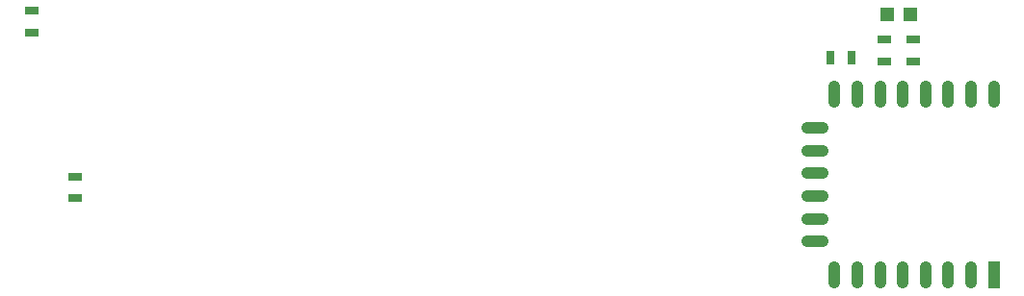
<source format=gbp>
G04 #@! TF.FileFunction,Paste,Bot*
%FSLAX46Y46*%
G04 Gerber Fmt 4.6, Leading zero omitted, Abs format (unit mm)*
G04 Created by KiCad (PCBNEW 4.0.1-stable) date 3/24/2016 2:28:27 AM*
%MOMM*%
G01*
G04 APERTURE LIST*
%ADD10C,0.100000*%
%ADD11O,2.400000X1.100000*%
%ADD12R,1.100000X2.400000*%
%ADD13O,1.100000X2.400000*%
%ADD14R,1.300000X0.700000*%
%ADD15R,0.700000X1.300000*%
%ADD16R,1.198880X1.198880*%
G04 APERTURE END LIST*
D10*
D11*
X180560000Y-94290000D03*
X180560000Y-92290000D03*
X180560000Y-90290000D03*
X180560000Y-88290000D03*
X180560000Y-86290000D03*
X180560000Y-84290000D03*
D12*
X196310000Y-97280000D03*
D13*
X194310000Y-97280000D03*
X192310000Y-97280000D03*
X190310000Y-97280000D03*
X188310000Y-97280000D03*
X186310000Y-97280000D03*
X184310000Y-97280000D03*
X182310000Y-97280000D03*
X182310000Y-81280000D03*
X184310000Y-81280000D03*
X186310000Y-81280000D03*
X188310000Y-81280000D03*
X190310000Y-81280000D03*
X192310000Y-81280000D03*
X194310000Y-81280000D03*
X196310000Y-81280000D03*
D14*
X189230000Y-76520000D03*
X189230000Y-78420000D03*
X186690000Y-76520000D03*
X186690000Y-78420000D03*
D15*
X183830000Y-78105000D03*
X181930000Y-78105000D03*
D14*
X115570000Y-90485000D03*
X115570000Y-88585000D03*
X111760000Y-75880000D03*
X111760000Y-73980000D03*
D16*
X186910980Y-74295000D03*
X189009020Y-74295000D03*
M02*

</source>
